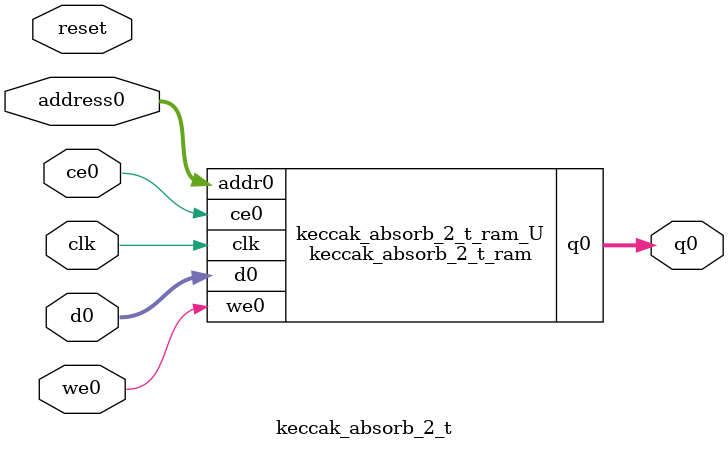
<source format=v>
`timescale 1 ns / 1 ps
module keccak_absorb_2_t_ram (addr0, ce0, d0, we0, q0,  clk);

parameter DWIDTH = 8;
parameter AWIDTH = 3;
parameter MEM_SIZE = 8;

input[AWIDTH-1:0] addr0;
input ce0;
input[DWIDTH-1:0] d0;
input we0;
output reg[DWIDTH-1:0] q0;
input clk;

(* ram_style = "distributed" *)reg [DWIDTH-1:0] ram[0:MEM_SIZE-1];




always @(posedge clk)  
begin 
    if (ce0) begin
        if (we0) 
            ram[addr0] <= d0; 
        q0 <= ram[addr0];
    end
end


endmodule

`timescale 1 ns / 1 ps
module keccak_absorb_2_t(
    reset,
    clk,
    address0,
    ce0,
    we0,
    d0,
    q0);

parameter DataWidth = 32'd8;
parameter AddressRange = 32'd8;
parameter AddressWidth = 32'd3;
input reset;
input clk;
input[AddressWidth - 1:0] address0;
input ce0;
input we0;
input[DataWidth - 1:0] d0;
output[DataWidth - 1:0] q0;



keccak_absorb_2_t_ram keccak_absorb_2_t_ram_U(
    .clk( clk ),
    .addr0( address0 ),
    .ce0( ce0 ),
    .we0( we0 ),
    .d0( d0 ),
    .q0( q0 ));

endmodule


</source>
